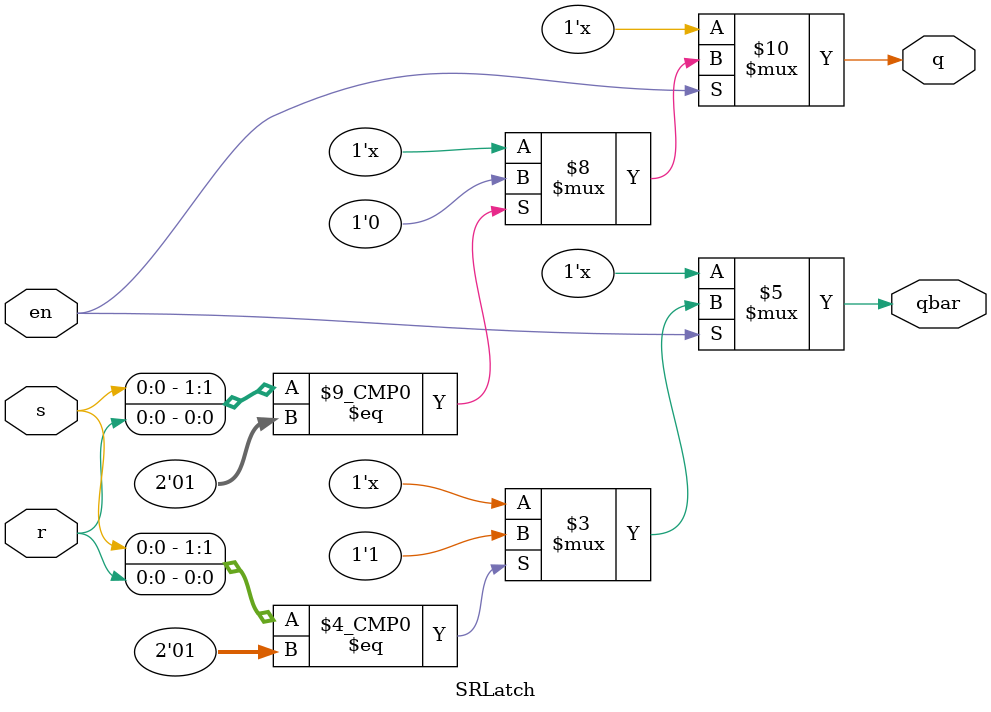
<source format=v>
`timescale 1ns / 1ps
module SRLatch(
    input s,
    input r,
	 input en,
    output reg q,
    output reg qbar
    );
	always @(*)
	begin
		if(en)
		begin
		case ({s,r})
		00:begin
			q<=q;
			qbar<=qbar;
		end
		01:begin
		q<=0;
		qbar<=1;
		end
		10: begin
			q<=1;
			qbar<=0;
			end
		11: begin
		q<=0;
		qbar<=0;
				end
		endcase
		end
		else
		begin
			q<=q;
			qbar<=qbar;
		end
				
			
		
		
	end

endmodule

</source>
